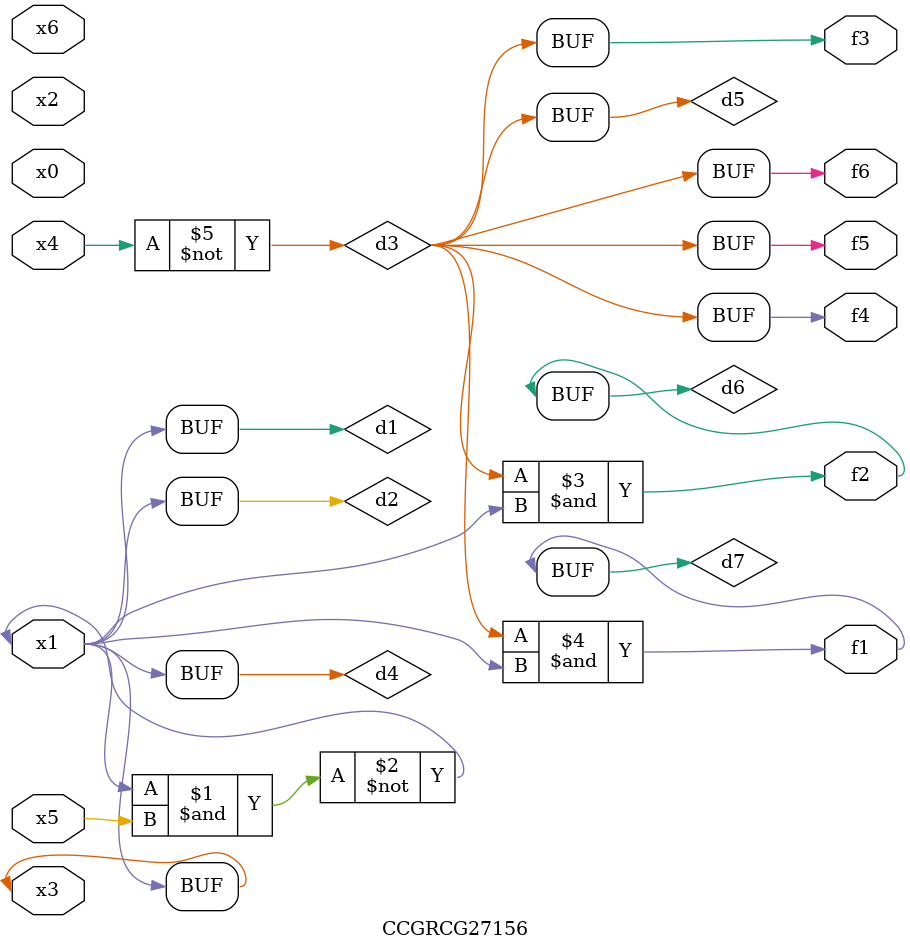
<source format=v>
module CCGRCG27156(
	input x0, x1, x2, x3, x4, x5, x6,
	output f1, f2, f3, f4, f5, f6
);

	wire d1, d2, d3, d4, d5, d6, d7;

	buf (d1, x1, x3);
	nand (d2, x1, x5);
	not (d3, x4);
	buf (d4, d1, d2);
	buf (d5, d3);
	and (d6, d3, d4);
	and (d7, d3, d4);
	assign f1 = d7;
	assign f2 = d6;
	assign f3 = d5;
	assign f4 = d5;
	assign f5 = d5;
	assign f6 = d5;
endmodule

</source>
